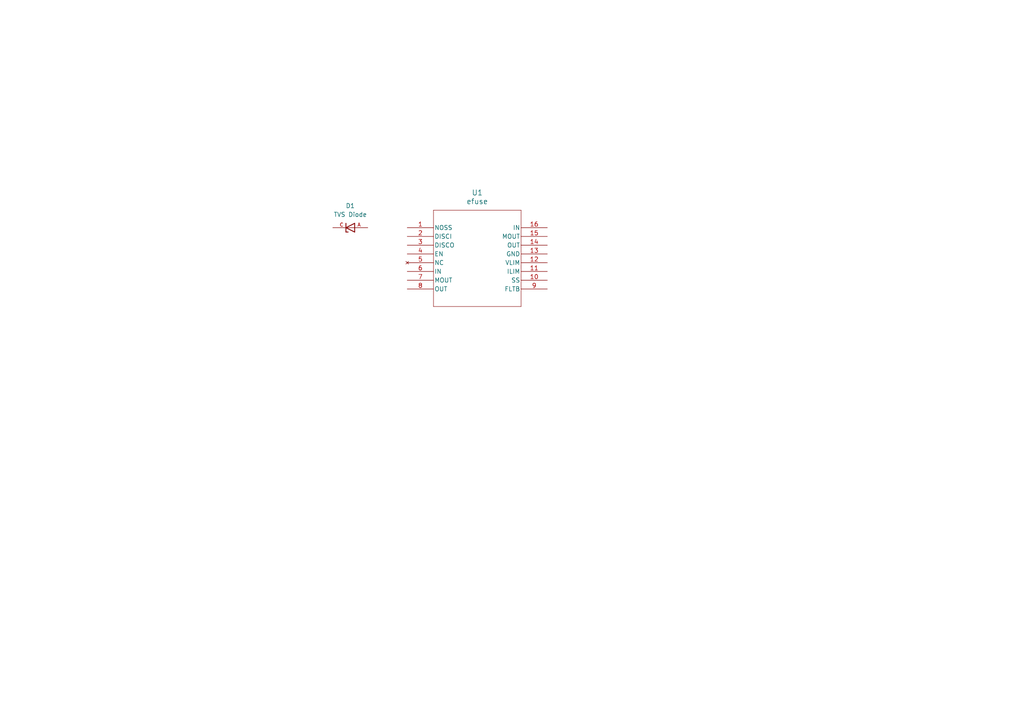
<source format=kicad_sch>
(kicad_sch
	(version 20250114)
	(generator "eeschema")
	(generator_version "9.0")
	(uuid "da096f29-0109-4c0b-968e-105e57dc70c4")
	(paper "A4")
	(lib_symbols
		(symbol "LS2406ERQ23:LS2406ERQ23"
			(pin_names
				(offset 0.254)
			)
			(exclude_from_sim no)
			(in_bom yes)
			(on_board yes)
			(property "Reference" "U"
				(at 20.32 10.16 0)
				(effects
					(font
						(size 1.524 1.524)
					)
				)
			)
			(property "Value" "LS2406ERQ23"
				(at 20.32 7.62 0)
				(effects
					(font
						(size 1.524 1.524)
					)
				)
			)
			(property "Footprint" "QFN16L_2P5X3P2-0P6_LTF"
				(at 0 0 0)
				(effects
					(font
						(size 1.27 1.27)
						(italic yes)
					)
					(hide yes)
				)
			)
			(property "Datasheet" "LS2406ERQ23"
				(at 0 0 0)
				(effects
					(font
						(size 1.27 1.27)
						(italic yes)
					)
					(hide yes)
				)
			)
			(property "Description" ""
				(at 0 0 0)
				(effects
					(font
						(size 1.27 1.27)
					)
					(hide yes)
				)
			)
			(property "ki_locked" ""
				(at 0 0 0)
				(effects
					(font
						(size 1.27 1.27)
					)
				)
			)
			(property "ki_keywords" "LS2406ERQ23"
				(at 0 0 0)
				(effects
					(font
						(size 1.27 1.27)
					)
					(hide yes)
				)
			)
			(property "ki_fp_filters" "QFN16L_2P5X3P2-0P6_LTF QFN16L_2P5X3P2-0P6_LTF-M QFN16L_2P5X3P2-0P6_LTF-L"
				(at 0 0 0)
				(effects
					(font
						(size 1.27 1.27)
					)
					(hide yes)
				)
			)
			(symbol "LS2406ERQ23_0_1"
				(polyline
					(pts
						(xy 7.62 5.08) (xy 7.62 -22.86)
					)
					(stroke
						(width 0.127)
						(type default)
					)
					(fill
						(type none)
					)
				)
				(polyline
					(pts
						(xy 7.62 -22.86) (xy 33.02 -22.86)
					)
					(stroke
						(width 0.127)
						(type default)
					)
					(fill
						(type none)
					)
				)
				(polyline
					(pts
						(xy 33.02 5.08) (xy 7.62 5.08)
					)
					(stroke
						(width 0.127)
						(type default)
					)
					(fill
						(type none)
					)
				)
				(polyline
					(pts
						(xy 33.02 -22.86) (xy 33.02 5.08)
					)
					(stroke
						(width 0.127)
						(type default)
					)
					(fill
						(type none)
					)
				)
				(pin unspecified line
					(at 0 0 0)
					(length 7.62)
					(name "NOSS"
						(effects
							(font
								(size 1.27 1.27)
							)
						)
					)
					(number "1"
						(effects
							(font
								(size 1.27 1.27)
							)
						)
					)
				)
				(pin input line
					(at 0 -2.54 0)
					(length 7.62)
					(name "DISCI"
						(effects
							(font
								(size 1.27 1.27)
							)
						)
					)
					(number "2"
						(effects
							(font
								(size 1.27 1.27)
							)
						)
					)
				)
				(pin input line
					(at 0 -5.08 0)
					(length 7.62)
					(name "DISCO"
						(effects
							(font
								(size 1.27 1.27)
							)
						)
					)
					(number "3"
						(effects
							(font
								(size 1.27 1.27)
							)
						)
					)
				)
				(pin unspecified line
					(at 0 -7.62 0)
					(length 7.62)
					(name "EN"
						(effects
							(font
								(size 1.27 1.27)
							)
						)
					)
					(number "4"
						(effects
							(font
								(size 1.27 1.27)
							)
						)
					)
				)
				(pin no_connect line
					(at 0 -10.16 0)
					(length 7.62)
					(name "NC"
						(effects
							(font
								(size 1.27 1.27)
							)
						)
					)
					(number "5"
						(effects
							(font
								(size 1.27 1.27)
							)
						)
					)
				)
				(pin input line
					(at 0 -12.7 0)
					(length 7.62)
					(name "IN"
						(effects
							(font
								(size 1.27 1.27)
							)
						)
					)
					(number "6"
						(effects
							(font
								(size 1.27 1.27)
							)
						)
					)
				)
				(pin unspecified line
					(at 0 -15.24 0)
					(length 7.62)
					(name "MOUT"
						(effects
							(font
								(size 1.27 1.27)
							)
						)
					)
					(number "7"
						(effects
							(font
								(size 1.27 1.27)
							)
						)
					)
				)
				(pin output line
					(at 0 -17.78 0)
					(length 7.62)
					(name "OUT"
						(effects
							(font
								(size 1.27 1.27)
							)
						)
					)
					(number "8"
						(effects
							(font
								(size 1.27 1.27)
							)
						)
					)
				)
				(pin input line
					(at 40.64 0 180)
					(length 7.62)
					(name "IN"
						(effects
							(font
								(size 1.27 1.27)
							)
						)
					)
					(number "16"
						(effects
							(font
								(size 1.27 1.27)
							)
						)
					)
				)
				(pin unspecified line
					(at 40.64 -2.54 180)
					(length 7.62)
					(name "MOUT"
						(effects
							(font
								(size 1.27 1.27)
							)
						)
					)
					(number "15"
						(effects
							(font
								(size 1.27 1.27)
							)
						)
					)
				)
				(pin output line
					(at 40.64 -5.08 180)
					(length 7.62)
					(name "OUT"
						(effects
							(font
								(size 1.27 1.27)
							)
						)
					)
					(number "14"
						(effects
							(font
								(size 1.27 1.27)
							)
						)
					)
				)
				(pin power_out line
					(at 40.64 -7.62 180)
					(length 7.62)
					(name "GND"
						(effects
							(font
								(size 1.27 1.27)
							)
						)
					)
					(number "13"
						(effects
							(font
								(size 1.27 1.27)
							)
						)
					)
				)
				(pin input line
					(at 40.64 -10.16 180)
					(length 7.62)
					(name "VLIM"
						(effects
							(font
								(size 1.27 1.27)
							)
						)
					)
					(number "12"
						(effects
							(font
								(size 1.27 1.27)
							)
						)
					)
				)
				(pin unspecified line
					(at 40.64 -12.7 180)
					(length 7.62)
					(name "ILIM"
						(effects
							(font
								(size 1.27 1.27)
							)
						)
					)
					(number "11"
						(effects
							(font
								(size 1.27 1.27)
							)
						)
					)
				)
				(pin unspecified line
					(at 40.64 -15.24 180)
					(length 7.62)
					(name "SS"
						(effects
							(font
								(size 1.27 1.27)
							)
						)
					)
					(number "10"
						(effects
							(font
								(size 1.27 1.27)
							)
						)
					)
				)
				(pin output line
					(at 40.64 -17.78 180)
					(length 7.62)
					(name "FLTB"
						(effects
							(font
								(size 1.27 1.27)
							)
						)
					)
					(number "9"
						(effects
							(font
								(size 1.27 1.27)
							)
						)
					)
				)
			)
			(embedded_fonts no)
		)
		(symbol "P4KE15:P4KE15"
			(pin_names
				(offset 1.016)
			)
			(exclude_from_sim no)
			(in_bom yes)
			(on_board yes)
			(property "Reference" "D"
				(at -5.0835 2.4159 0)
				(effects
					(font
						(size 1.27 1.27)
					)
					(justify left bottom)
				)
			)
			(property "Value" "P4KE15"
				(at -5.0854 -4.9611 0)
				(effects
					(font
						(size 1.27 1.27)
					)
					(justify left bottom)
				)
			)
			(property "Footprint" "P4KE15:DIOAD1036W78L470D235"
				(at 0 0 0)
				(effects
					(font
						(size 1.27 1.27)
					)
					(justify bottom)
					(hide yes)
				)
			)
			(property "Datasheet" ""
				(at 0 0 0)
				(effects
					(font
						(size 1.27 1.27)
					)
					(hide yes)
				)
			)
			(property "Description" ""
				(at 0 0 0)
				(effects
					(font
						(size 1.27 1.27)
					)
					(hide yes)
				)
			)
			(property "MF" "Taiwan Semiconductor"
				(at 0 0 0)
				(effects
					(font
						(size 1.27 1.27)
					)
					(justify bottom)
					(hide yes)
				)
			)
			(property "MAXIMUM_PACKAGE_HEIGHT" "2.70 mm"
				(at 0 0 0)
				(effects
					(font
						(size 1.27 1.27)
					)
					(justify bottom)
					(hide yes)
				)
			)
			(property "Package" "DO-41-2 Taiwan Semiconductor"
				(at 0 0 0)
				(effects
					(font
						(size 1.27 1.27)
					)
					(justify bottom)
					(hide yes)
				)
			)
			(property "Price" "None"
				(at 0 0 0)
				(effects
					(font
						(size 1.27 1.27)
					)
					(justify bottom)
					(hide yes)
				)
			)
			(property "Check_prices" "https://www.snapeda.com/parts/P4KE15/taiwan/view-part/?ref=eda"
				(at 0 0 0)
				(effects
					(font
						(size 1.27 1.27)
					)
					(justify bottom)
					(hide yes)
				)
			)
			(property "STANDARD" "IPC-7351B"
				(at 0 0 0)
				(effects
					(font
						(size 1.27 1.27)
					)
					(justify bottom)
					(hide yes)
				)
			)
			(property "PARTREV" "N2104"
				(at 0 0 0)
				(effects
					(font
						(size 1.27 1.27)
					)
					(justify bottom)
					(hide yes)
				)
			)
			(property "SnapEDA_Link" "https://www.snapeda.com/parts/P4KE15/taiwan/view-part/?ref=snap"
				(at 0 0 0)
				(effects
					(font
						(size 1.27 1.27)
					)
					(justify bottom)
					(hide yes)
				)
			)
			(property "MP" "P4KE15"
				(at 0 0 0)
				(effects
					(font
						(size 1.27 1.27)
					)
					(justify bottom)
					(hide yes)
				)
			)
			(property "Description_1" "400W, 12.1V, Automotive, Unidirectional, TVS"
				(at 0 0 0)
				(effects
					(font
						(size 1.27 1.27)
					)
					(justify bottom)
					(hide yes)
				)
			)
			(property "Availability" "In Stock"
				(at 0 0 0)
				(effects
					(font
						(size 1.27 1.27)
					)
					(justify bottom)
					(hide yes)
				)
			)
			(property "MANUFACTURER" "Taiwan Semiconductor"
				(at 0 0 0)
				(effects
					(font
						(size 1.27 1.27)
					)
					(justify bottom)
					(hide yes)
				)
			)
			(symbol "P4KE15_0_0"
				(polyline
					(pts
						(xy -1.27 0) (xy -1.27 1.27)
					)
					(stroke
						(width 0.254)
						(type default)
					)
					(fill
						(type none)
					)
				)
				(polyline
					(pts
						(xy -1.27 0) (xy 1.27 -1.27)
					)
					(stroke
						(width 0.254)
						(type default)
					)
					(fill
						(type none)
					)
				)
				(polyline
					(pts
						(xy -1.27 -1.27) (xy -1.27 0)
					)
					(stroke
						(width 0.254)
						(type default)
					)
					(fill
						(type none)
					)
				)
				(polyline
					(pts
						(xy -0.635 -1.27) (xy -1.27 -1.27)
					)
					(stroke
						(width 0.254)
						(type default)
					)
					(fill
						(type none)
					)
				)
				(polyline
					(pts
						(xy 1.27 1.27) (xy -1.27 0)
					)
					(stroke
						(width 0.254)
						(type default)
					)
					(fill
						(type none)
					)
				)
				(polyline
					(pts
						(xy 1.27 -1.27) (xy 1.27 1.27)
					)
					(stroke
						(width 0.254)
						(type default)
					)
					(fill
						(type none)
					)
				)
				(pin passive line
					(at -5.08 0 0)
					(length 5.08)
					(name "~"
						(effects
							(font
								(size 1.016 1.016)
							)
						)
					)
					(number "C"
						(effects
							(font
								(size 1.016 1.016)
							)
						)
					)
				)
				(pin passive line
					(at 5.08 0 180)
					(length 5.08)
					(name "~"
						(effects
							(font
								(size 1.016 1.016)
							)
						)
					)
					(number "A"
						(effects
							(font
								(size 1.016 1.016)
							)
						)
					)
				)
			)
			(embedded_fonts no)
		)
	)
	(symbol
		(lib_id "P4KE15:P4KE15")
		(at 101.6 66.04 0)
		(unit 1)
		(exclude_from_sim no)
		(in_bom yes)
		(on_board yes)
		(dnp no)
		(fields_autoplaced yes)
		(uuid "430e0307-7276-41d2-9093-b2e50edb7870")
		(property "Reference" "D1"
			(at 101.6 59.69 0)
			(effects
				(font
					(size 1.27 1.27)
				)
			)
		)
		(property "Value" "TVS Diode"
			(at 101.6 62.23 0)
			(effects
				(font
					(size 1.27 1.27)
				)
			)
		)
		(property "Footprint" "P4KE15:DIOAD1036W78L470D235"
			(at 101.6 66.04 0)
			(effects
				(font
					(size 1.27 1.27)
				)
				(justify bottom)
				(hide yes)
			)
		)
		(property "Datasheet" ""
			(at 101.6 66.04 0)
			(effects
				(font
					(size 1.27 1.27)
				)
				(hide yes)
			)
		)
		(property "Description" ""
			(at 101.6 66.04 0)
			(effects
				(font
					(size 1.27 1.27)
				)
				(hide yes)
			)
		)
		(property "MF" "Taiwan Semiconductor"
			(at 101.6 66.04 0)
			(effects
				(font
					(size 1.27 1.27)
				)
				(justify bottom)
				(hide yes)
			)
		)
		(property "MAXIMUM_PACKAGE_HEIGHT" "2.70 mm"
			(at 101.6 66.04 0)
			(effects
				(font
					(size 1.27 1.27)
				)
				(justify bottom)
				(hide yes)
			)
		)
		(property "Package" "DO-41-2 Taiwan Semiconductor"
			(at 101.6 66.04 0)
			(effects
				(font
					(size 1.27 1.27)
				)
				(justify bottom)
				(hide yes)
			)
		)
		(property "Price" "None"
			(at 101.6 66.04 0)
			(effects
				(font
					(size 1.27 1.27)
				)
				(justify bottom)
				(hide yes)
			)
		)
		(property "Check_prices" "https://www.snapeda.com/parts/P4KE15/taiwan/view-part/?ref=eda"
			(at 101.6 66.04 0)
			(effects
				(font
					(size 1.27 1.27)
				)
				(justify bottom)
				(hide yes)
			)
		)
		(property "STANDARD" "IPC-7351B"
			(at 101.6 66.04 0)
			(effects
				(font
					(size 1.27 1.27)
				)
				(justify bottom)
				(hide yes)
			)
		)
		(property "PARTREV" "N2104"
			(at 101.6 66.04 0)
			(effects
				(font
					(size 1.27 1.27)
				)
				(justify bottom)
				(hide yes)
			)
		)
		(property "SnapEDA_Link" "https://www.snapeda.com/parts/P4KE15/taiwan/view-part/?ref=snap"
			(at 101.6 66.04 0)
			(effects
				(font
					(size 1.27 1.27)
				)
				(justify bottom)
				(hide yes)
			)
		)
		(property "MP" "P4KE15"
			(at 101.6 66.04 0)
			(effects
				(font
					(size 1.27 1.27)
				)
				(justify bottom)
				(hide yes)
			)
		)
		(property "Description_1" "400W, 12.1V, Automotive, Unidirectional, TVS"
			(at 101.6 66.04 0)
			(effects
				(font
					(size 1.27 1.27)
				)
				(justify bottom)
				(hide yes)
			)
		)
		(property "Availability" "In Stock"
			(at 101.6 66.04 0)
			(effects
				(font
					(size 1.27 1.27)
				)
				(justify bottom)
				(hide yes)
			)
		)
		(property "MANUFACTURER" "Taiwan Semiconductor"
			(at 101.6 66.04 0)
			(effects
				(font
					(size 1.27 1.27)
				)
				(justify bottom)
				(hide yes)
			)
		)
		(pin "C"
			(uuid "30383abd-aca3-473e-a019-6cb1048297f3")
		)
		(pin "A"
			(uuid "91b78161-ebcb-468b-af55-deaac384b1d6")
		)
		(instances
			(project ""
				(path "/da096f29-0109-4c0b-968e-105e57dc70c4"
					(reference "D1")
					(unit 1)
				)
			)
		)
	)
	(symbol
		(lib_id "LS2406ERQ23:LS2406ERQ23")
		(at 118.11 66.04 0)
		(unit 1)
		(exclude_from_sim no)
		(in_bom yes)
		(on_board yes)
		(dnp no)
		(fields_autoplaced yes)
		(uuid "d2385b1b-ba53-43b2-bf84-3685da7c5cb5")
		(property "Reference" "U1"
			(at 138.43 55.88 0)
			(effects
				(font
					(size 1.524 1.524)
				)
			)
		)
		(property "Value" "efuse"
			(at 138.43 58.42 0)
			(effects
				(font
					(size 1.524 1.524)
				)
			)
		)
		(property "Footprint" "QFN16L_2P5X3P2-0P6_LTF"
			(at 118.11 66.04 0)
			(effects
				(font
					(size 1.27 1.27)
					(italic yes)
				)
				(hide yes)
			)
		)
		(property "Datasheet" "LS2406ERQ23"
			(at 118.11 66.04 0)
			(effects
				(font
					(size 1.27 1.27)
					(italic yes)
				)
				(hide yes)
			)
		)
		(property "Description" ""
			(at 118.11 66.04 0)
			(effects
				(font
					(size 1.27 1.27)
				)
				(hide yes)
			)
		)
		(pin "2"
			(uuid "9da910ae-9b9c-4d09-bc9a-48af5fa5df1e")
		)
		(pin "8"
			(uuid "776d0563-655d-4ad3-abf0-63edb9c9bc2c")
		)
		(pin "3"
			(uuid "10b31151-e099-4b51-8fb5-507f5df9dd9f")
		)
		(pin "6"
			(uuid "f7b41a55-9b83-4901-94e3-35c732491998")
		)
		(pin "9"
			(uuid "61a5606b-77b6-48f2-b856-d278e9a0e973")
		)
		(pin "4"
			(uuid "ad3148e3-54a9-4816-be5c-98fff2a16535")
		)
		(pin "7"
			(uuid "24610260-d55c-4b09-9c29-5e82f0aff7b4")
		)
		(pin "16"
			(uuid "8463f78c-e0d9-4d89-af60-a7c02ec209ef")
		)
		(pin "15"
			(uuid "8ff63416-5e96-42da-8b8d-2fe707fcab54")
		)
		(pin "14"
			(uuid "7bf34d48-925d-4162-b77e-d93bfb100613")
		)
		(pin "13"
			(uuid "c0d41847-8a7a-4a24-9ff0-6421c740e72e")
		)
		(pin "12"
			(uuid "51e4b4f8-5d2a-46a5-9956-720641eb0a5a")
		)
		(pin "1"
			(uuid "a19737a8-2de7-40d3-9377-031391638336")
		)
		(pin "5"
			(uuid "43835100-5dfd-42cf-8768-7ef70e80b6d5")
		)
		(pin "11"
			(uuid "6385e5bb-8189-42c4-b4b7-3f66b7d04395")
		)
		(pin "10"
			(uuid "fb0fb02c-6235-47fb-a45e-d8ba3bc966a6")
		)
		(instances
			(project ""
				(path "/da096f29-0109-4c0b-968e-105e57dc70c4"
					(reference "U1")
					(unit 1)
				)
			)
		)
	)
	(sheet_instances
		(path "/"
			(page "1")
		)
	)
	(embedded_fonts no)
)

</source>
